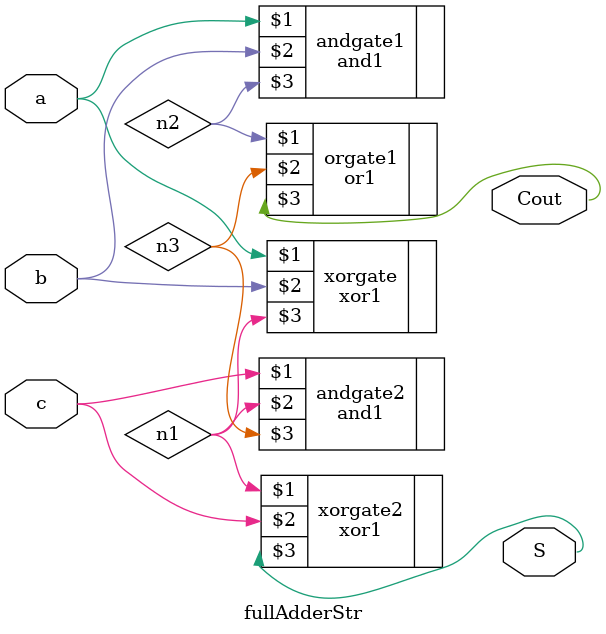
<source format=sv>
`timescale 1ns / 1ps

module fullAdderStr (input logic a, b, c, output logic S, Cout);

	logic n1, n2, n3;
	xor1 xorgate (a, b, n1);
	and1 andgate1(a, b, n2);
	and1 andgate2(c, n1, n3);
	or1 orgate1(n2, n3, Cout);
	xor1 xorgate2 (n1, c, S);

endmodule
</source>
